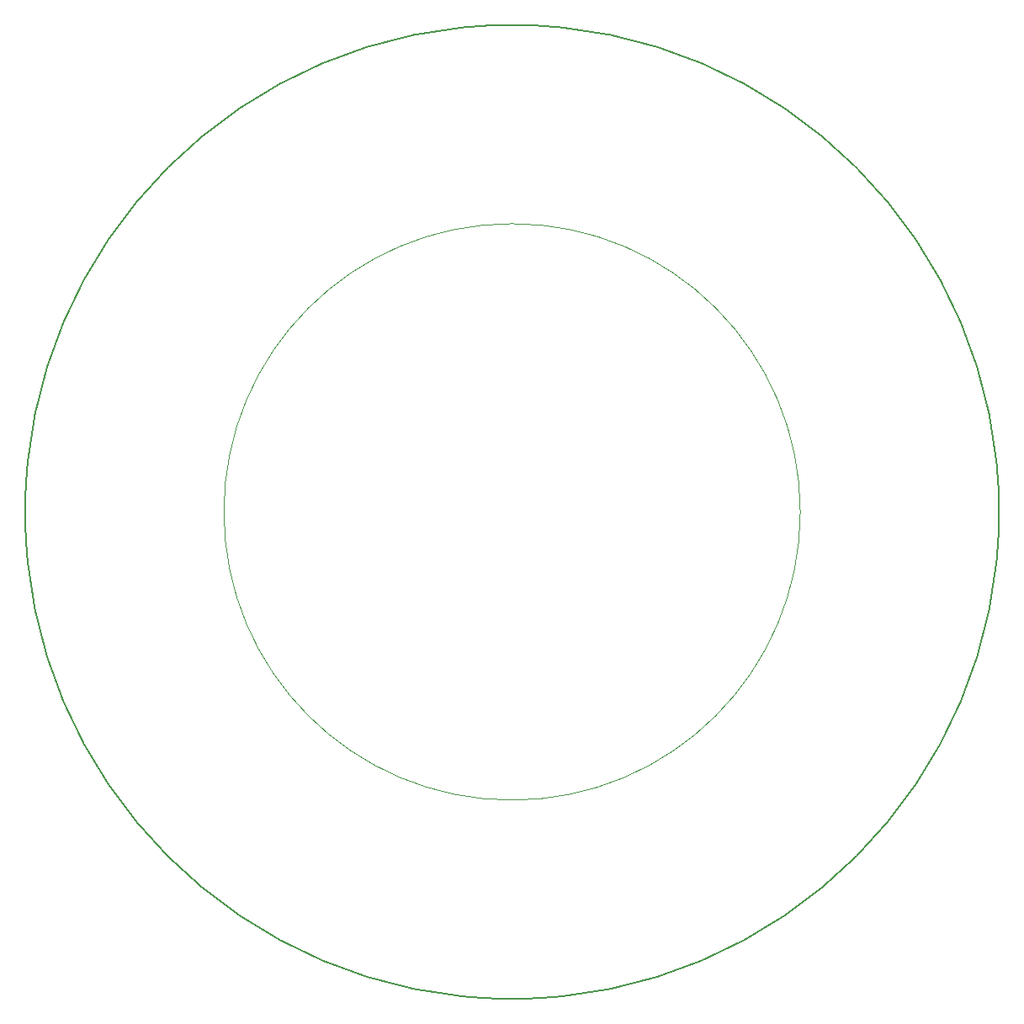
<source format=gbr>
%TF.GenerationSoftware,KiCad,Pcbnew,7.0.7*%
%TF.CreationDate,2023-09-24T18:58:44+02:00*%
%TF.ProjectId,Sek_Coil V2,53656b5f-436f-4696-9c20-56322e6b6963,rev?*%
%TF.SameCoordinates,Original*%
%TF.FileFunction,Profile,NP*%
%FSLAX46Y46*%
G04 Gerber Fmt 4.6, Leading zero omitted, Abs format (unit mm)*
G04 Created by KiCad (PCBNEW 7.0.7) date 2023-09-24 18:58:44*
%MOMM*%
%LPD*%
G01*
G04 APERTURE LIST*
%TA.AperFunction,Profile*%
%ADD10C,0.050000*%
%TD*%
%TA.AperFunction,Profile*%
%ADD11C,0.150000*%
%TD*%
G04 APERTURE END LIST*
D10*
X29000000Y0D02*
G75*
G03*
X29000000Y0I-29000000J0D01*
G01*
D11*
X49000000Y0D02*
G75*
G03*
X49000000Y0I-49000000J0D01*
G01*
M02*

</source>
